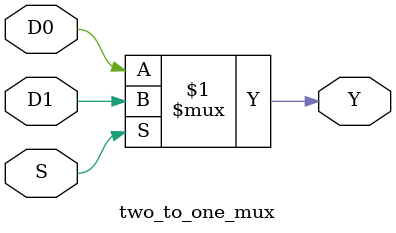
<source format=sv>
`timescale 1ns / 1ps


module two_to_one_mux(
input logic D1,D0,
input logic S,
output logic Y
    );
assign Y = S ? D1 : D0; 
endmodule

</source>
